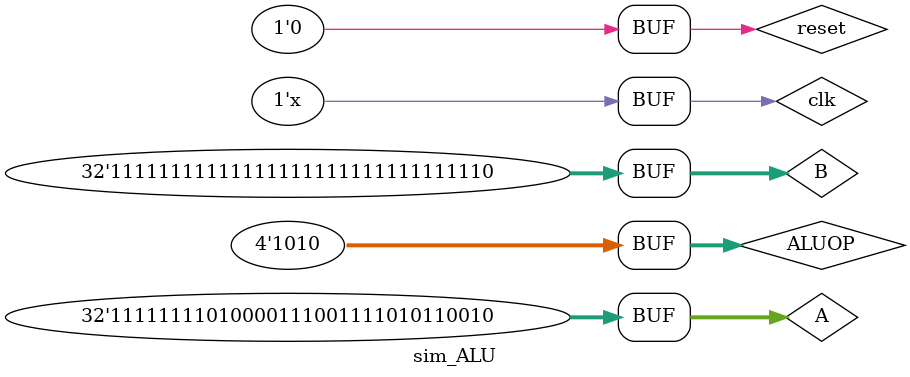
<source format=v>
`timescale 1ns / 1ps


module sim_ALU(

    );
    reg signed [31:0] A=32'h00000005;
    reg signed [31:0] B=32'hdbbad0b0;
    reg [3:0] ALUOP;
    wire [31:0] R;
//    wire [32:0] R2=B>>>A[4:0];
    wire OF;
    reg clk;
    reg reset;
    wire done;
    always #10 begin
        clk = ~clk;
    end
    ALU ALU(
        .clk(clk), 
        .reset(reset),
        .A(A),
        .B(B),
        .ALUOP(ALUOP),
        .R(R),
        .OF(OF),
        .done(done)
    );
    initial begin
        A=-12345678;
        B=-2;
        ALUOP=4'b1010;
        reset=0;
        clk=0;
        #5
        reset=1;
        #25
        reset=0;
//        R2=$signed(B)>>>$signed(A[4:0]);
//        R2=;
    end
endmodule

</source>
